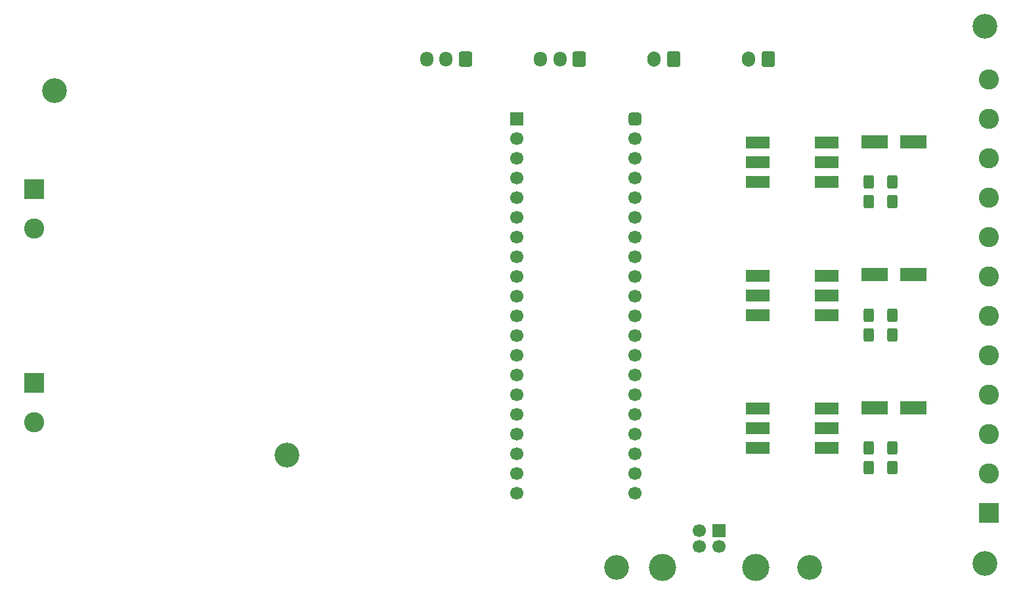
<source format=gbr>
%TF.GenerationSoftware,KiCad,Pcbnew,(6.0.10)*%
%TF.CreationDate,2023-02-08T12:55:31+07:00*%
%TF.ProjectId,3_phase_firing,335f7068-6173-4655-9f66-6972696e672e,rev?*%
%TF.SameCoordinates,Original*%
%TF.FileFunction,Soldermask,Bot*%
%TF.FilePolarity,Negative*%
%FSLAX46Y46*%
G04 Gerber Fmt 4.6, Leading zero omitted, Abs format (unit mm)*
G04 Created by KiCad (PCBNEW (6.0.10)) date 2023-02-08 12:55:31*
%MOMM*%
%LPD*%
G01*
G04 APERTURE LIST*
G04 Aperture macros list*
%AMRoundRect*
0 Rectangle with rounded corners*
0 $1 Rounding radius*
0 $2 $3 $4 $5 $6 $7 $8 $9 X,Y pos of 4 corners*
0 Add a 4 corners polygon primitive as box body*
4,1,4,$2,$3,$4,$5,$6,$7,$8,$9,$2,$3,0*
0 Add four circle primitives for the rounded corners*
1,1,$1+$1,$2,$3*
1,1,$1+$1,$4,$5*
1,1,$1+$1,$6,$7*
1,1,$1+$1,$8,$9*
0 Add four rect primitives between the rounded corners*
20,1,$1+$1,$2,$3,$4,$5,0*
20,1,$1+$1,$4,$5,$6,$7,0*
20,1,$1+$1,$6,$7,$8,$9,0*
20,1,$1+$1,$8,$9,$2,$3,0*%
G04 Aperture macros list end*
%ADD10R,1.700000X1.700000*%
%ADD11C,1.700000*%
%ADD12C,3.500000*%
%ADD13C,3.200000*%
%ADD14R,2.600000X2.600000*%
%ADD15C,2.600000*%
%ADD16RoundRect,0.250000X0.600000X0.725000X-0.600000X0.725000X-0.600000X-0.725000X0.600000X-0.725000X0*%
%ADD17O,1.700000X1.950000*%
%ADD18RoundRect,0.425000X-0.425000X-0.425000X0.425000X-0.425000X0.425000X0.425000X-0.425000X0.425000X0*%
%ADD19RoundRect,0.250000X0.600000X0.750000X-0.600000X0.750000X-0.600000X-0.750000X0.600000X-0.750000X0*%
%ADD20O,1.700000X2.000000*%
%ADD21R,3.100000X1.600000*%
%ADD22RoundRect,0.250000X0.400000X0.625000X-0.400000X0.625000X-0.400000X-0.625000X0.400000X-0.625000X0*%
%ADD23R,3.500000X1.800000*%
G04 APERTURE END LIST*
D10*
%TO.C,J4*%
X165735000Y-111532500D03*
D11*
X163235000Y-111532500D03*
X163235000Y-113532500D03*
X165735000Y-113532500D03*
D12*
X170505000Y-116242500D03*
X158465000Y-116242500D03*
%TD*%
D13*
%TO.C,REF\u002A\u002A*%
X177466000Y-116242500D03*
X177466000Y-116242500D03*
%TD*%
%TO.C,REF\u002A\u002A*%
X80080000Y-54785000D03*
X80080000Y-54785000D03*
%TD*%
D14*
%TO.C,J3*%
X200580000Y-109237000D03*
D15*
X200580000Y-104157000D03*
X200580000Y-99077000D03*
X200580000Y-93997000D03*
X200580000Y-88917000D03*
X200580000Y-83837000D03*
X200580000Y-78757000D03*
X200580000Y-73677000D03*
X200580000Y-68597000D03*
X200580000Y-63517000D03*
X200580000Y-58437000D03*
X200580000Y-53357000D03*
%TD*%
D13*
%TO.C,REF\u002A\u002A*%
X152574000Y-116242500D03*
X152574000Y-116242500D03*
%TD*%
%TO.C,REF\u002A\u002A*%
X200080000Y-46535000D03*
X200080000Y-46535000D03*
%TD*%
D16*
%TO.C,J5*%
X147746666Y-50690000D03*
D17*
X145246666Y-50690000D03*
X142746666Y-50690000D03*
%TD*%
D10*
%TO.C,U6*%
X139700000Y-58420000D03*
D11*
X139700000Y-60960000D03*
X139700000Y-63500000D03*
X139700000Y-66040000D03*
X139700000Y-68580000D03*
X139700000Y-71120000D03*
X139700000Y-73660000D03*
X139700000Y-76200000D03*
X139700000Y-78740000D03*
X139700000Y-81280000D03*
X139700000Y-83820000D03*
X139700000Y-86360000D03*
X139700000Y-88900000D03*
X139700000Y-91440000D03*
X139700000Y-93980000D03*
X139700000Y-96520000D03*
X139700000Y-99060000D03*
X139700000Y-101600000D03*
X139700000Y-104140000D03*
X139700000Y-106680000D03*
X154940000Y-106680000D03*
X154940000Y-104140000D03*
X154940000Y-101600000D03*
X154940000Y-99060000D03*
X154940000Y-96520000D03*
X154940000Y-93980000D03*
X154940000Y-91440000D03*
X154940000Y-88900000D03*
X154940000Y-86360000D03*
X154940000Y-83820000D03*
X154940000Y-81280000D03*
X154940000Y-78740000D03*
X154940000Y-76200000D03*
X154940000Y-73660000D03*
X154940000Y-71120000D03*
X154940000Y-68580000D03*
X154940000Y-66040000D03*
X154940000Y-63500000D03*
X154940000Y-60960000D03*
D18*
X154940000Y-58420000D03*
%TD*%
D19*
%TO.C,J8*%
X159913332Y-50690000D03*
D20*
X157413332Y-50690000D03*
%TD*%
D14*
%TO.C,J1*%
X77500000Y-67500000D03*
D15*
X77500000Y-72580000D03*
%TD*%
D19*
%TO.C,J6*%
X172080000Y-50690000D03*
D20*
X169580000Y-50690000D03*
%TD*%
D16*
%TO.C,J7*%
X133080000Y-50690000D03*
D17*
X130580000Y-50690000D03*
X128080000Y-50690000D03*
%TD*%
D13*
%TO.C,REF\u002A\u002A*%
X110080000Y-101785000D03*
X110080000Y-101785000D03*
%TD*%
%TO.C,REF\u002A\u002A*%
X200080000Y-115785000D03*
X200080000Y-115785000D03*
%TD*%
D14*
%TO.C,J2*%
X77500000Y-92500000D03*
D15*
X77500000Y-97580000D03*
%TD*%
D21*
%TO.C,U10*%
X170735000Y-83710000D03*
X170735000Y-81170000D03*
X170735000Y-78630000D03*
X179625000Y-78630000D03*
X179625000Y-81170000D03*
X179625000Y-83710000D03*
%TD*%
D22*
%TO.C,R31*%
X188160000Y-66565000D03*
X185060000Y-66565000D03*
%TD*%
D23*
%TO.C,D9*%
X185801000Y-78503000D03*
X190801000Y-78503000D03*
%TD*%
D22*
%TO.C,R35*%
X188160000Y-86250000D03*
X185060000Y-86250000D03*
%TD*%
D23*
%TO.C,D10*%
X185801000Y-95648000D03*
X190801000Y-95648000D03*
%TD*%
D21*
%TO.C,U12*%
X170735000Y-100855000D03*
X170735000Y-98315000D03*
X170735000Y-95775000D03*
X179625000Y-95775000D03*
X179625000Y-98315000D03*
X179625000Y-100855000D03*
%TD*%
D22*
%TO.C,R30*%
X188160000Y-69105000D03*
X185060000Y-69105000D03*
%TD*%
%TO.C,R34*%
X188160000Y-83710000D03*
X185060000Y-83710000D03*
%TD*%
%TO.C,R38*%
X188160000Y-100855000D03*
X185060000Y-100855000D03*
%TD*%
D23*
%TO.C,D8*%
X185801000Y-61358000D03*
X190801000Y-61358000D03*
%TD*%
D22*
%TO.C,R39*%
X188160000Y-103395000D03*
X185060000Y-103395000D03*
%TD*%
D21*
%TO.C,U8*%
X170735000Y-66565000D03*
X170735000Y-64025000D03*
X170735000Y-61485000D03*
X179625000Y-61485000D03*
X179625000Y-64025000D03*
X179625000Y-66565000D03*
%TD*%
M02*

</source>
